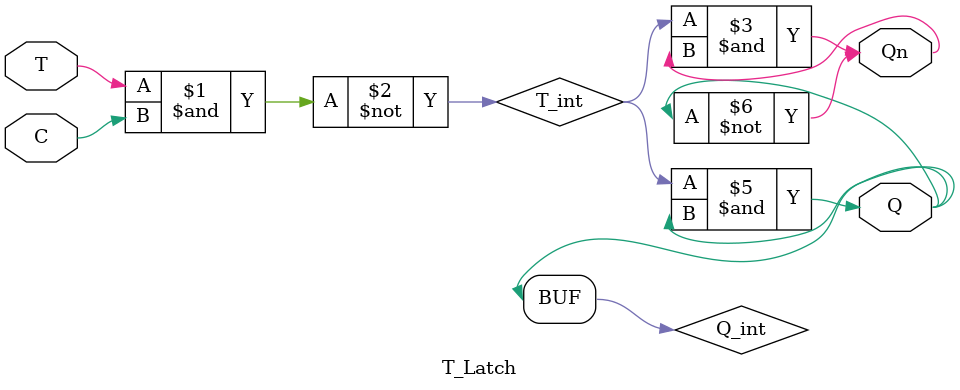
<source format=v>
`timescale 1ns / 1ps
module T_Latch (
    input T,    // T input
    input C,    // Clock input (Level-sensitive)
    output Q,   // Output
    output Qn   // Complement of output
);

    // Internal signals for T latch
    wire T_int, Q_int;

    // Logic for T latch using NAND gates
    nand (T_int, T, C);           // Active T when C is high
    nand (Q_int, T_int, Qn);      // Toggle when T = 1
    nand (Qn, T_int, Q);          // Complementary output for Q

    assign Q = Q_int;             // Output Q
    assign Qn = ~Q;               // Complement of Q

endmodule

</source>
